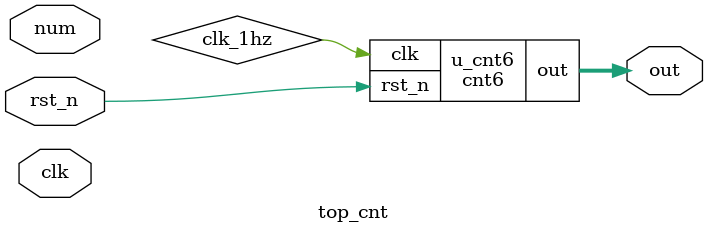
<source format=v>
module cnt6( out, clk, rst_n);
  
output [5:0] out ;
input clk ; 
input rst_n ;

reg [5:0] out ;

always @(posedge clk or negedge rst_n)begin
     if(rst_n == 1'b0) begin
       
       out <= 6'd0; 
       
       end else begin 
         if(out >= 6'd59) begin 
           
           out <= 6'd0; 
           
           end else begin
             
             out <= out + 1'b1;
         end
       end
    
end   
   endmodule
   

module nco( clk_gen,
                num,
                clk, 
              rst_n);
              
output  clk_gen;
input [31:0] num ;
input clk ;
input rst_n ;

reg [31:0] cnt ; 
reg clk_gen ; 

always @(posedge clk or negedge rst_n) begin
  if(rst_n == 1'b0) begin 
    
    cnt <= 32'd0 ; 
    clk_gen <= 1'd0; 
    
    end else begin if(cnt >= num/2-1) begin
     cnt <= 32'd0 ; 
     clk_gen <= ~clk_gen; 
     end else begin 
     cnt <= cnt + 1'b1;
   end
 end
 end
 endmodule

 


 
module top_cnt( out,
                 num,
                 clk, 
                 rst_n,
                 );
                 
output [5:0] out ;

input [31:0] num ; 
input clk ; 
input rst_n ;

wire clk_gen ;

nco u_nco( .clk_gen ( clk_gen ),
           .num ( num ), 
           .clk ( clk ), 
           .rst_n ( rst_n ));
           

cnt6 u_cnt6( .out ( out ), 
             .clk ( clk_1hz ), 
             .rst_n ( rst_n ));
             
endmodule 

 


</source>
